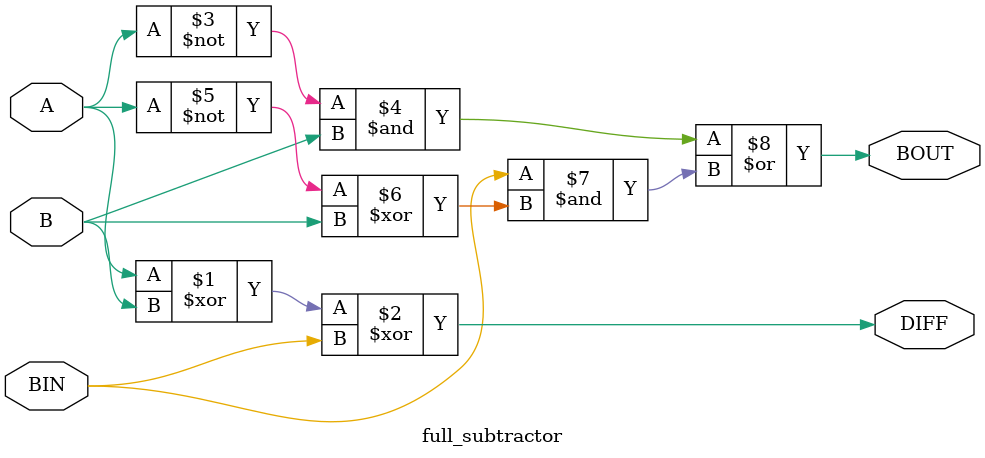
<source format=sv>
module full_subtractor (
    input A,        // Minuend
    input B,        // Subtrahend
    input BIN,      // Borrow in
    output DIFF,    // Difference
    output BOUT     // Borrow out
);

    // Dataflow modeling for Difference and Borrow out
    assign DIFF = A ^ B ^ BIN;         // XOR for Difference
    assign BOUT = (~A & B) | (BIN & (~A ^ B));  // Borrow logic

endmodule

// The Difference (DIFF) is computed using the XOR operation: DIFF = A ^ B ^ BIN. It gives the result of subtracting B and BIN from A.
// The Borrow out (BOUT) occurs when a borrow is needed from the next higher bit.
// The borrow logic is: BOUT = (~A & B) | (BIN & (~A ^ B)), which handles cases where either A < B or there’s a borrow in (BIN).

</source>
